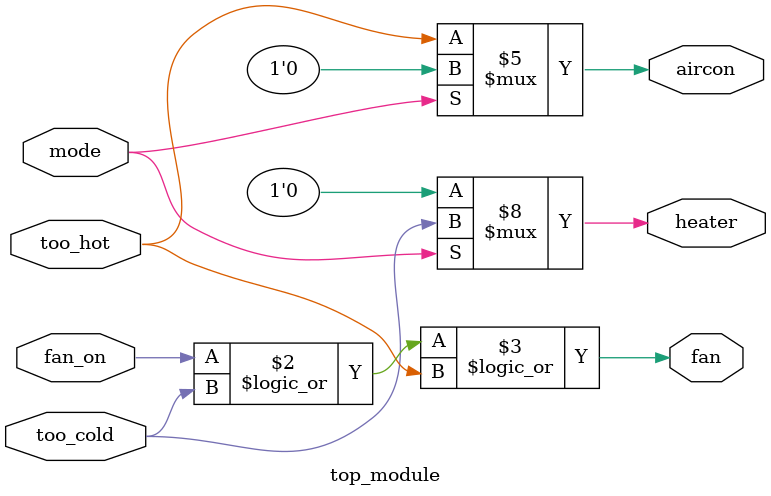
<source format=sv>
module top_module(
  input mode,
  input too_cold,
  input too_hot,
  input fan_on,
  output heater,
  output aircon,
  output fan
);

  reg fan;
  reg heater;
  reg aircon;

  always @(*) begin
    fan = (fan_on || too_cold || too_hot);
    
    if (mode) begin
      heater = too_cold;
      aircon = 0;
    end
    else begin
      heater = 0;
      aircon = too_hot;
    end
  end

  assign fan = fan;

endmodule

</source>
